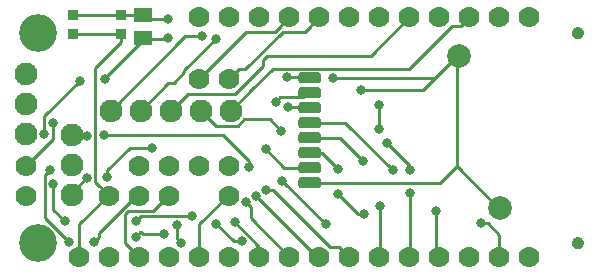
<source format=gbr>
G04 #@! TF.GenerationSoftware,KiCad,Pcbnew,(5.1.4-0-10_14)*
G04 #@! TF.CreationDate,2019-11-15T13:57:30+01:00*
G04 #@! TF.ProjectId,FeatherWing nRF24L01 Adapter,46656174-6865-4725-9769-6e67206e5246,rev?*
G04 #@! TF.SameCoordinates,Original*
G04 #@! TF.FileFunction,Copper,L1,Top*
G04 #@! TF.FilePolarity,Positive*
%FSLAX46Y46*%
G04 Gerber Fmt 4.6, Leading zero omitted, Abs format (unit mm)*
G04 Created by KiCad (PCBNEW (5.1.4-0-10_14)) date 2019-11-15 13:57:30*
%MOMM*%
%LPD*%
G04 APERTURE LIST*
%ADD10C,1.778000*%
%ADD11C,2.000000*%
%ADD12C,0.100000*%
%ADD13C,0.900000*%
%ADD14C,3.200000*%
%ADD15R,0.900000X0.900000*%
%ADD16C,1.930400*%
%ADD17C,1.000000*%
%ADD18R,1.500000X1.240000*%
%ADD19C,0.800000*%
%ADD20C,0.250000*%
G04 APERTURE END LIST*
D10*
X105750000Y-100230000D03*
X108290000Y-100230000D03*
X110830000Y-100230000D03*
X113370000Y-100230000D03*
X143850000Y-100230000D03*
X141310000Y-100230000D03*
X138770000Y-100230000D03*
X136230000Y-100230000D03*
X133690000Y-100230000D03*
X131150000Y-100230000D03*
X128610000Y-100230000D03*
X126070000Y-100230000D03*
X123530000Y-100230000D03*
X120990000Y-100230000D03*
X118450000Y-100230000D03*
X115910000Y-100230000D03*
X143850000Y-79910000D03*
X141310000Y-79910000D03*
X138770000Y-79910000D03*
X136230000Y-79910000D03*
X133690000Y-79910000D03*
X131150000Y-79910000D03*
X128610000Y-79910000D03*
X126070000Y-79910000D03*
X123530000Y-79910000D03*
X120990000Y-79910000D03*
X118450000Y-79910000D03*
X115910000Y-79910000D03*
D11*
X137850000Y-83250000D03*
X141350000Y-96050000D03*
D12*
G36*
X125997054Y-93491083D02*
G01*
X126018895Y-93494323D01*
X126040314Y-93499688D01*
X126061104Y-93507127D01*
X126081064Y-93516568D01*
X126100003Y-93527919D01*
X126117738Y-93541073D01*
X126134099Y-93555901D01*
X126148927Y-93572262D01*
X126162081Y-93589997D01*
X126173432Y-93608936D01*
X126182873Y-93628896D01*
X126190312Y-93649686D01*
X126195677Y-93671105D01*
X126198917Y-93692946D01*
X126200000Y-93715000D01*
X126200000Y-94165000D01*
X126198917Y-94187054D01*
X126195677Y-94208895D01*
X126190312Y-94230314D01*
X126182873Y-94251104D01*
X126173432Y-94271064D01*
X126162081Y-94290003D01*
X126148927Y-94307738D01*
X126134099Y-94324099D01*
X126117738Y-94338927D01*
X126100003Y-94352081D01*
X126081064Y-94363432D01*
X126061104Y-94372873D01*
X126040314Y-94380312D01*
X126018895Y-94385677D01*
X125997054Y-94388917D01*
X125975000Y-94390000D01*
X124525000Y-94390000D01*
X124502946Y-94388917D01*
X124481105Y-94385677D01*
X124459686Y-94380312D01*
X124438896Y-94372873D01*
X124418936Y-94363432D01*
X124399997Y-94352081D01*
X124382262Y-94338927D01*
X124365901Y-94324099D01*
X124351073Y-94307738D01*
X124337919Y-94290003D01*
X124326568Y-94271064D01*
X124317127Y-94251104D01*
X124309688Y-94230314D01*
X124304323Y-94208895D01*
X124301083Y-94187054D01*
X124300000Y-94165000D01*
X124300000Y-93715000D01*
X124301083Y-93692946D01*
X124304323Y-93671105D01*
X124309688Y-93649686D01*
X124317127Y-93628896D01*
X124326568Y-93608936D01*
X124337919Y-93589997D01*
X124351073Y-93572262D01*
X124365901Y-93555901D01*
X124382262Y-93541073D01*
X124399997Y-93527919D01*
X124418936Y-93516568D01*
X124438896Y-93507127D01*
X124459686Y-93499688D01*
X124481105Y-93494323D01*
X124502946Y-93491083D01*
X124525000Y-93490000D01*
X125975000Y-93490000D01*
X125997054Y-93491083D01*
X125997054Y-93491083D01*
G37*
D13*
X125250000Y-93940000D03*
D12*
G36*
X125997054Y-92221083D02*
G01*
X126018895Y-92224323D01*
X126040314Y-92229688D01*
X126061104Y-92237127D01*
X126081064Y-92246568D01*
X126100003Y-92257919D01*
X126117738Y-92271073D01*
X126134099Y-92285901D01*
X126148927Y-92302262D01*
X126162081Y-92319997D01*
X126173432Y-92338936D01*
X126182873Y-92358896D01*
X126190312Y-92379686D01*
X126195677Y-92401105D01*
X126198917Y-92422946D01*
X126200000Y-92445000D01*
X126200000Y-92895000D01*
X126198917Y-92917054D01*
X126195677Y-92938895D01*
X126190312Y-92960314D01*
X126182873Y-92981104D01*
X126173432Y-93001064D01*
X126162081Y-93020003D01*
X126148927Y-93037738D01*
X126134099Y-93054099D01*
X126117738Y-93068927D01*
X126100003Y-93082081D01*
X126081064Y-93093432D01*
X126061104Y-93102873D01*
X126040314Y-93110312D01*
X126018895Y-93115677D01*
X125997054Y-93118917D01*
X125975000Y-93120000D01*
X124525000Y-93120000D01*
X124502946Y-93118917D01*
X124481105Y-93115677D01*
X124459686Y-93110312D01*
X124438896Y-93102873D01*
X124418936Y-93093432D01*
X124399997Y-93082081D01*
X124382262Y-93068927D01*
X124365901Y-93054099D01*
X124351073Y-93037738D01*
X124337919Y-93020003D01*
X124326568Y-93001064D01*
X124317127Y-92981104D01*
X124309688Y-92960314D01*
X124304323Y-92938895D01*
X124301083Y-92917054D01*
X124300000Y-92895000D01*
X124300000Y-92445000D01*
X124301083Y-92422946D01*
X124304323Y-92401105D01*
X124309688Y-92379686D01*
X124317127Y-92358896D01*
X124326568Y-92338936D01*
X124337919Y-92319997D01*
X124351073Y-92302262D01*
X124365901Y-92285901D01*
X124382262Y-92271073D01*
X124399997Y-92257919D01*
X124418936Y-92246568D01*
X124438896Y-92237127D01*
X124459686Y-92229688D01*
X124481105Y-92224323D01*
X124502946Y-92221083D01*
X124525000Y-92220000D01*
X125975000Y-92220000D01*
X125997054Y-92221083D01*
X125997054Y-92221083D01*
G37*
D13*
X125250000Y-92670000D03*
D12*
G36*
X125997054Y-90951083D02*
G01*
X126018895Y-90954323D01*
X126040314Y-90959688D01*
X126061104Y-90967127D01*
X126081064Y-90976568D01*
X126100003Y-90987919D01*
X126117738Y-91001073D01*
X126134099Y-91015901D01*
X126148927Y-91032262D01*
X126162081Y-91049997D01*
X126173432Y-91068936D01*
X126182873Y-91088896D01*
X126190312Y-91109686D01*
X126195677Y-91131105D01*
X126198917Y-91152946D01*
X126200000Y-91175000D01*
X126200000Y-91625000D01*
X126198917Y-91647054D01*
X126195677Y-91668895D01*
X126190312Y-91690314D01*
X126182873Y-91711104D01*
X126173432Y-91731064D01*
X126162081Y-91750003D01*
X126148927Y-91767738D01*
X126134099Y-91784099D01*
X126117738Y-91798927D01*
X126100003Y-91812081D01*
X126081064Y-91823432D01*
X126061104Y-91832873D01*
X126040314Y-91840312D01*
X126018895Y-91845677D01*
X125997054Y-91848917D01*
X125975000Y-91850000D01*
X124525000Y-91850000D01*
X124502946Y-91848917D01*
X124481105Y-91845677D01*
X124459686Y-91840312D01*
X124438896Y-91832873D01*
X124418936Y-91823432D01*
X124399997Y-91812081D01*
X124382262Y-91798927D01*
X124365901Y-91784099D01*
X124351073Y-91767738D01*
X124337919Y-91750003D01*
X124326568Y-91731064D01*
X124317127Y-91711104D01*
X124309688Y-91690314D01*
X124304323Y-91668895D01*
X124301083Y-91647054D01*
X124300000Y-91625000D01*
X124300000Y-91175000D01*
X124301083Y-91152946D01*
X124304323Y-91131105D01*
X124309688Y-91109686D01*
X124317127Y-91088896D01*
X124326568Y-91068936D01*
X124337919Y-91049997D01*
X124351073Y-91032262D01*
X124365901Y-91015901D01*
X124382262Y-91001073D01*
X124399997Y-90987919D01*
X124418936Y-90976568D01*
X124438896Y-90967127D01*
X124459686Y-90959688D01*
X124481105Y-90954323D01*
X124502946Y-90951083D01*
X124525000Y-90950000D01*
X125975000Y-90950000D01*
X125997054Y-90951083D01*
X125997054Y-90951083D01*
G37*
D13*
X125250000Y-91400000D03*
D12*
G36*
X125997054Y-89681083D02*
G01*
X126018895Y-89684323D01*
X126040314Y-89689688D01*
X126061104Y-89697127D01*
X126081064Y-89706568D01*
X126100003Y-89717919D01*
X126117738Y-89731073D01*
X126134099Y-89745901D01*
X126148927Y-89762262D01*
X126162081Y-89779997D01*
X126173432Y-89798936D01*
X126182873Y-89818896D01*
X126190312Y-89839686D01*
X126195677Y-89861105D01*
X126198917Y-89882946D01*
X126200000Y-89905000D01*
X126200000Y-90355000D01*
X126198917Y-90377054D01*
X126195677Y-90398895D01*
X126190312Y-90420314D01*
X126182873Y-90441104D01*
X126173432Y-90461064D01*
X126162081Y-90480003D01*
X126148927Y-90497738D01*
X126134099Y-90514099D01*
X126117738Y-90528927D01*
X126100003Y-90542081D01*
X126081064Y-90553432D01*
X126061104Y-90562873D01*
X126040314Y-90570312D01*
X126018895Y-90575677D01*
X125997054Y-90578917D01*
X125975000Y-90580000D01*
X124525000Y-90580000D01*
X124502946Y-90578917D01*
X124481105Y-90575677D01*
X124459686Y-90570312D01*
X124438896Y-90562873D01*
X124418936Y-90553432D01*
X124399997Y-90542081D01*
X124382262Y-90528927D01*
X124365901Y-90514099D01*
X124351073Y-90497738D01*
X124337919Y-90480003D01*
X124326568Y-90461064D01*
X124317127Y-90441104D01*
X124309688Y-90420314D01*
X124304323Y-90398895D01*
X124301083Y-90377054D01*
X124300000Y-90355000D01*
X124300000Y-89905000D01*
X124301083Y-89882946D01*
X124304323Y-89861105D01*
X124309688Y-89839686D01*
X124317127Y-89818896D01*
X124326568Y-89798936D01*
X124337919Y-89779997D01*
X124351073Y-89762262D01*
X124365901Y-89745901D01*
X124382262Y-89731073D01*
X124399997Y-89717919D01*
X124418936Y-89706568D01*
X124438896Y-89697127D01*
X124459686Y-89689688D01*
X124481105Y-89684323D01*
X124502946Y-89681083D01*
X124525000Y-89680000D01*
X125975000Y-89680000D01*
X125997054Y-89681083D01*
X125997054Y-89681083D01*
G37*
D13*
X125250000Y-90130000D03*
D12*
G36*
X125997054Y-88411083D02*
G01*
X126018895Y-88414323D01*
X126040314Y-88419688D01*
X126061104Y-88427127D01*
X126081064Y-88436568D01*
X126100003Y-88447919D01*
X126117738Y-88461073D01*
X126134099Y-88475901D01*
X126148927Y-88492262D01*
X126162081Y-88509997D01*
X126173432Y-88528936D01*
X126182873Y-88548896D01*
X126190312Y-88569686D01*
X126195677Y-88591105D01*
X126198917Y-88612946D01*
X126200000Y-88635000D01*
X126200000Y-89085000D01*
X126198917Y-89107054D01*
X126195677Y-89128895D01*
X126190312Y-89150314D01*
X126182873Y-89171104D01*
X126173432Y-89191064D01*
X126162081Y-89210003D01*
X126148927Y-89227738D01*
X126134099Y-89244099D01*
X126117738Y-89258927D01*
X126100003Y-89272081D01*
X126081064Y-89283432D01*
X126061104Y-89292873D01*
X126040314Y-89300312D01*
X126018895Y-89305677D01*
X125997054Y-89308917D01*
X125975000Y-89310000D01*
X124525000Y-89310000D01*
X124502946Y-89308917D01*
X124481105Y-89305677D01*
X124459686Y-89300312D01*
X124438896Y-89292873D01*
X124418936Y-89283432D01*
X124399997Y-89272081D01*
X124382262Y-89258927D01*
X124365901Y-89244099D01*
X124351073Y-89227738D01*
X124337919Y-89210003D01*
X124326568Y-89191064D01*
X124317127Y-89171104D01*
X124309688Y-89150314D01*
X124304323Y-89128895D01*
X124301083Y-89107054D01*
X124300000Y-89085000D01*
X124300000Y-88635000D01*
X124301083Y-88612946D01*
X124304323Y-88591105D01*
X124309688Y-88569686D01*
X124317127Y-88548896D01*
X124326568Y-88528936D01*
X124337919Y-88509997D01*
X124351073Y-88492262D01*
X124365901Y-88475901D01*
X124382262Y-88461073D01*
X124399997Y-88447919D01*
X124418936Y-88436568D01*
X124438896Y-88427127D01*
X124459686Y-88419688D01*
X124481105Y-88414323D01*
X124502946Y-88411083D01*
X124525000Y-88410000D01*
X125975000Y-88410000D01*
X125997054Y-88411083D01*
X125997054Y-88411083D01*
G37*
D13*
X125250000Y-88860000D03*
D12*
G36*
X125997054Y-87141083D02*
G01*
X126018895Y-87144323D01*
X126040314Y-87149688D01*
X126061104Y-87157127D01*
X126081064Y-87166568D01*
X126100003Y-87177919D01*
X126117738Y-87191073D01*
X126134099Y-87205901D01*
X126148927Y-87222262D01*
X126162081Y-87239997D01*
X126173432Y-87258936D01*
X126182873Y-87278896D01*
X126190312Y-87299686D01*
X126195677Y-87321105D01*
X126198917Y-87342946D01*
X126200000Y-87365000D01*
X126200000Y-87815000D01*
X126198917Y-87837054D01*
X126195677Y-87858895D01*
X126190312Y-87880314D01*
X126182873Y-87901104D01*
X126173432Y-87921064D01*
X126162081Y-87940003D01*
X126148927Y-87957738D01*
X126134099Y-87974099D01*
X126117738Y-87988927D01*
X126100003Y-88002081D01*
X126081064Y-88013432D01*
X126061104Y-88022873D01*
X126040314Y-88030312D01*
X126018895Y-88035677D01*
X125997054Y-88038917D01*
X125975000Y-88040000D01*
X124525000Y-88040000D01*
X124502946Y-88038917D01*
X124481105Y-88035677D01*
X124459686Y-88030312D01*
X124438896Y-88022873D01*
X124418936Y-88013432D01*
X124399997Y-88002081D01*
X124382262Y-87988927D01*
X124365901Y-87974099D01*
X124351073Y-87957738D01*
X124337919Y-87940003D01*
X124326568Y-87921064D01*
X124317127Y-87901104D01*
X124309688Y-87880314D01*
X124304323Y-87858895D01*
X124301083Y-87837054D01*
X124300000Y-87815000D01*
X124300000Y-87365000D01*
X124301083Y-87342946D01*
X124304323Y-87321105D01*
X124309688Y-87299686D01*
X124317127Y-87278896D01*
X124326568Y-87258936D01*
X124337919Y-87239997D01*
X124351073Y-87222262D01*
X124365901Y-87205901D01*
X124382262Y-87191073D01*
X124399997Y-87177919D01*
X124418936Y-87166568D01*
X124438896Y-87157127D01*
X124459686Y-87149688D01*
X124481105Y-87144323D01*
X124502946Y-87141083D01*
X124525000Y-87140000D01*
X125975000Y-87140000D01*
X125997054Y-87141083D01*
X125997054Y-87141083D01*
G37*
D13*
X125250000Y-87590000D03*
D12*
G36*
X125997054Y-85871083D02*
G01*
X126018895Y-85874323D01*
X126040314Y-85879688D01*
X126061104Y-85887127D01*
X126081064Y-85896568D01*
X126100003Y-85907919D01*
X126117738Y-85921073D01*
X126134099Y-85935901D01*
X126148927Y-85952262D01*
X126162081Y-85969997D01*
X126173432Y-85988936D01*
X126182873Y-86008896D01*
X126190312Y-86029686D01*
X126195677Y-86051105D01*
X126198917Y-86072946D01*
X126200000Y-86095000D01*
X126200000Y-86545000D01*
X126198917Y-86567054D01*
X126195677Y-86588895D01*
X126190312Y-86610314D01*
X126182873Y-86631104D01*
X126173432Y-86651064D01*
X126162081Y-86670003D01*
X126148927Y-86687738D01*
X126134099Y-86704099D01*
X126117738Y-86718927D01*
X126100003Y-86732081D01*
X126081064Y-86743432D01*
X126061104Y-86752873D01*
X126040314Y-86760312D01*
X126018895Y-86765677D01*
X125997054Y-86768917D01*
X125975000Y-86770000D01*
X124525000Y-86770000D01*
X124502946Y-86768917D01*
X124481105Y-86765677D01*
X124459686Y-86760312D01*
X124438896Y-86752873D01*
X124418936Y-86743432D01*
X124399997Y-86732081D01*
X124382262Y-86718927D01*
X124365901Y-86704099D01*
X124351073Y-86687738D01*
X124337919Y-86670003D01*
X124326568Y-86651064D01*
X124317127Y-86631104D01*
X124309688Y-86610314D01*
X124304323Y-86588895D01*
X124301083Y-86567054D01*
X124300000Y-86545000D01*
X124300000Y-86095000D01*
X124301083Y-86072946D01*
X124304323Y-86051105D01*
X124309688Y-86029686D01*
X124317127Y-86008896D01*
X124326568Y-85988936D01*
X124337919Y-85969997D01*
X124351073Y-85952262D01*
X124365901Y-85935901D01*
X124382262Y-85921073D01*
X124399997Y-85907919D01*
X124418936Y-85896568D01*
X124438896Y-85887127D01*
X124459686Y-85879688D01*
X124481105Y-85874323D01*
X124502946Y-85871083D01*
X124525000Y-85870000D01*
X125975000Y-85870000D01*
X125997054Y-85871083D01*
X125997054Y-85871083D01*
G37*
D13*
X125250000Y-86320000D03*
D12*
G36*
X125997054Y-84601083D02*
G01*
X126018895Y-84604323D01*
X126040314Y-84609688D01*
X126061104Y-84617127D01*
X126081064Y-84626568D01*
X126100003Y-84637919D01*
X126117738Y-84651073D01*
X126134099Y-84665901D01*
X126148927Y-84682262D01*
X126162081Y-84699997D01*
X126173432Y-84718936D01*
X126182873Y-84738896D01*
X126190312Y-84759686D01*
X126195677Y-84781105D01*
X126198917Y-84802946D01*
X126200000Y-84825000D01*
X126200000Y-85275000D01*
X126198917Y-85297054D01*
X126195677Y-85318895D01*
X126190312Y-85340314D01*
X126182873Y-85361104D01*
X126173432Y-85381064D01*
X126162081Y-85400003D01*
X126148927Y-85417738D01*
X126134099Y-85434099D01*
X126117738Y-85448927D01*
X126100003Y-85462081D01*
X126081064Y-85473432D01*
X126061104Y-85482873D01*
X126040314Y-85490312D01*
X126018895Y-85495677D01*
X125997054Y-85498917D01*
X125975000Y-85500000D01*
X124525000Y-85500000D01*
X124502946Y-85498917D01*
X124481105Y-85495677D01*
X124459686Y-85490312D01*
X124438896Y-85482873D01*
X124418936Y-85473432D01*
X124399997Y-85462081D01*
X124382262Y-85448927D01*
X124365901Y-85434099D01*
X124351073Y-85417738D01*
X124337919Y-85400003D01*
X124326568Y-85381064D01*
X124317127Y-85361104D01*
X124309688Y-85340314D01*
X124304323Y-85318895D01*
X124301083Y-85297054D01*
X124300000Y-85275000D01*
X124300000Y-84825000D01*
X124301083Y-84802946D01*
X124304323Y-84781105D01*
X124309688Y-84759686D01*
X124317127Y-84738896D01*
X124326568Y-84718936D01*
X124337919Y-84699997D01*
X124351073Y-84682262D01*
X124365901Y-84665901D01*
X124382262Y-84651073D01*
X124399997Y-84637919D01*
X124418936Y-84626568D01*
X124438896Y-84617127D01*
X124459686Y-84609688D01*
X124481105Y-84604323D01*
X124502946Y-84601083D01*
X124525000Y-84600000D01*
X125975000Y-84600000D01*
X125997054Y-84601083D01*
X125997054Y-84601083D01*
G37*
D13*
X125250000Y-85050000D03*
D10*
X108230000Y-95030000D03*
X110770000Y-95030000D03*
X113310000Y-95030000D03*
X118390000Y-95030000D03*
X110770000Y-92490000D03*
X113310000Y-92490000D03*
X115850000Y-92490000D03*
X118390000Y-92490000D03*
X118376700Y-85178900D03*
X115836700Y-85178900D03*
D14*
X102235000Y-81280000D03*
X102235000Y-99060000D03*
D15*
X105176100Y-79730700D03*
X105176100Y-81330700D03*
X109276100Y-81330700D03*
X109276100Y-79730700D03*
D16*
X118554500Y-87833200D03*
X116014500Y-87833200D03*
X113474500Y-87833200D03*
X110934500Y-87833200D03*
X108394500Y-87833200D03*
D10*
X101200000Y-95070000D03*
X101200000Y-92530000D03*
D16*
X101200000Y-84720000D03*
X101200000Y-87260000D03*
X101200000Y-89800000D03*
X105156000Y-94996000D03*
X105156000Y-92456000D03*
X105156000Y-89916000D03*
D12*
G36*
X148004010Y-80782407D02*
G01*
X148052546Y-80789606D01*
X148100143Y-80801529D01*
X148146343Y-80818059D01*
X148190699Y-80839038D01*
X148232786Y-80864264D01*
X148272198Y-80893494D01*
X148308554Y-80926446D01*
X148341506Y-80962802D01*
X148370736Y-81002214D01*
X148395962Y-81044301D01*
X148416941Y-81088657D01*
X148433471Y-81134857D01*
X148445394Y-81182454D01*
X148452593Y-81230990D01*
X148455001Y-81279999D01*
X148455001Y-81280001D01*
X148452593Y-81329010D01*
X148445394Y-81377546D01*
X148433471Y-81425143D01*
X148416941Y-81471343D01*
X148395962Y-81515699D01*
X148370736Y-81557786D01*
X148341506Y-81597198D01*
X148308554Y-81633554D01*
X148272198Y-81666506D01*
X148232786Y-81695736D01*
X148190699Y-81720962D01*
X148146343Y-81741941D01*
X148100143Y-81758471D01*
X148052546Y-81770394D01*
X148004010Y-81777593D01*
X147955001Y-81780001D01*
X147954999Y-81780001D01*
X147905990Y-81777593D01*
X147857454Y-81770394D01*
X147809857Y-81758471D01*
X147763657Y-81741941D01*
X147719301Y-81720962D01*
X147677214Y-81695736D01*
X147637802Y-81666506D01*
X147601446Y-81633554D01*
X147568494Y-81597198D01*
X147539264Y-81557786D01*
X147514038Y-81515699D01*
X147493059Y-81471343D01*
X147476529Y-81425143D01*
X147464606Y-81377546D01*
X147457407Y-81329010D01*
X147454999Y-81280001D01*
X147454999Y-81279999D01*
X147457407Y-81230990D01*
X147464606Y-81182454D01*
X147476529Y-81134857D01*
X147493059Y-81088657D01*
X147514038Y-81044301D01*
X147539264Y-81002214D01*
X147568494Y-80962802D01*
X147601446Y-80926446D01*
X147637802Y-80893494D01*
X147677214Y-80864264D01*
X147719301Y-80839038D01*
X147763657Y-80818059D01*
X147809857Y-80801529D01*
X147857454Y-80789606D01*
X147905990Y-80782407D01*
X147954999Y-80779999D01*
X147955001Y-80779999D01*
X148004010Y-80782407D01*
X148004010Y-80782407D01*
G37*
D17*
X147955000Y-81280000D03*
D12*
G36*
X148004010Y-98562407D02*
G01*
X148052546Y-98569606D01*
X148100143Y-98581529D01*
X148146343Y-98598059D01*
X148190699Y-98619038D01*
X148232786Y-98644264D01*
X148272198Y-98673494D01*
X148308554Y-98706446D01*
X148341506Y-98742802D01*
X148370736Y-98782214D01*
X148395962Y-98824301D01*
X148416941Y-98868657D01*
X148433471Y-98914857D01*
X148445394Y-98962454D01*
X148452593Y-99010990D01*
X148455001Y-99059999D01*
X148455001Y-99060001D01*
X148452593Y-99109010D01*
X148445394Y-99157546D01*
X148433471Y-99205143D01*
X148416941Y-99251343D01*
X148395962Y-99295699D01*
X148370736Y-99337786D01*
X148341506Y-99377198D01*
X148308554Y-99413554D01*
X148272198Y-99446506D01*
X148232786Y-99475736D01*
X148190699Y-99500962D01*
X148146343Y-99521941D01*
X148100143Y-99538471D01*
X148052546Y-99550394D01*
X148004010Y-99557593D01*
X147955001Y-99560001D01*
X147954999Y-99560001D01*
X147905990Y-99557593D01*
X147857454Y-99550394D01*
X147809857Y-99538471D01*
X147763657Y-99521941D01*
X147719301Y-99500962D01*
X147677214Y-99475736D01*
X147637802Y-99446506D01*
X147601446Y-99413554D01*
X147568494Y-99377198D01*
X147539264Y-99337786D01*
X147514038Y-99295699D01*
X147493059Y-99251343D01*
X147476529Y-99205143D01*
X147464606Y-99157546D01*
X147457407Y-99109010D01*
X147454999Y-99060001D01*
X147454999Y-99059999D01*
X147457407Y-99010990D01*
X147464606Y-98962454D01*
X147476529Y-98914857D01*
X147493059Y-98868657D01*
X147514038Y-98824301D01*
X147539264Y-98782214D01*
X147568494Y-98742802D01*
X147601446Y-98706446D01*
X147637802Y-98673494D01*
X147677214Y-98644264D01*
X147719301Y-98619038D01*
X147763657Y-98598059D01*
X147809857Y-98581529D01*
X147857454Y-98569606D01*
X147905990Y-98562407D01*
X147954999Y-98559999D01*
X147955001Y-98559999D01*
X148004010Y-98562407D01*
X148004010Y-98562407D01*
G37*
D17*
X147955000Y-99060000D03*
D18*
X111150000Y-81650000D03*
X111150000Y-79750000D03*
D19*
X107920000Y-85160000D03*
X105810000Y-85290000D03*
X102765167Y-89810365D03*
X103220000Y-92870000D03*
X104860000Y-98960000D03*
X107004999Y-98960000D03*
X113230000Y-81680000D03*
X123300000Y-85000000D03*
X106370000Y-93510000D03*
X108120000Y-93450000D03*
X126613597Y-97476403D03*
X139740000Y-97390000D03*
X122931893Y-93794699D03*
X111910000Y-90985000D03*
X103540000Y-94040000D03*
X104520000Y-97200000D03*
X110520000Y-97220000D03*
X115260000Y-96800000D03*
X117300000Y-97410000D03*
X119507347Y-98912653D03*
X106379299Y-89950000D03*
X107829299Y-89910000D03*
X120110000Y-92640000D03*
X121554764Y-94526430D03*
X122364500Y-87122000D03*
X122364500Y-87122000D03*
X110520000Y-98550000D03*
X112880000Y-98311000D03*
X103505000Y-88900000D03*
X121544997Y-91114999D03*
X127650000Y-92800000D03*
X127650000Y-94900000D03*
X129850000Y-96550000D03*
X135900000Y-96350000D03*
X129800000Y-92100000D03*
X131800000Y-90600000D03*
X133750000Y-92900000D03*
X133750000Y-94850000D03*
X132300000Y-92900000D03*
X131200000Y-95900000D03*
X116091723Y-81550000D03*
X117320000Y-81740000D03*
X122850000Y-89550000D03*
X131150000Y-89400000D03*
X131150000Y-87400000D03*
X118910000Y-97290000D03*
X119845875Y-95561201D03*
X120724834Y-95084301D03*
X127250000Y-85100000D03*
X113250000Y-80050000D03*
X129600000Y-86100000D03*
X123400000Y-87500000D03*
X114000000Y-97525000D03*
X114335059Y-99036000D03*
D20*
X105876100Y-79730700D02*
X109276100Y-79730700D01*
X105176100Y-79730700D02*
X105876100Y-79730700D01*
X107920000Y-85063700D02*
X107920000Y-85160000D01*
X111236300Y-81747400D02*
X107920000Y-85063700D01*
X111366300Y-81747400D02*
X111236300Y-81747400D01*
X102765167Y-88334833D02*
X102765167Y-89810365D01*
X105810000Y-85290000D02*
X102765167Y-88334833D01*
X102814999Y-93275001D02*
X102814999Y-96644999D01*
X103220000Y-92870000D02*
X102814999Y-93275001D01*
X102814999Y-96914999D02*
X104860000Y-98960000D01*
X102814999Y-96644999D02*
X102814999Y-96914999D01*
X110543590Y-95030000D02*
X110770000Y-95030000D01*
X107404998Y-98168592D02*
X110543590Y-95030000D01*
X107404998Y-98560001D02*
X107404998Y-98168592D01*
X107004999Y-98960000D02*
X107404998Y-98560001D01*
X113212600Y-81747400D02*
X111366300Y-81747400D01*
X125050000Y-85000000D02*
X125100000Y-85050000D01*
X123300000Y-85000000D02*
X125050000Y-85000000D01*
X124860999Y-81144002D02*
X125186001Y-80819000D01*
X122957409Y-81144002D02*
X124860999Y-81144002D01*
X119811510Y-84289901D02*
X122957409Y-81144002D01*
X119265699Y-84289901D02*
X119811510Y-84289901D01*
X125186001Y-80819000D02*
X126075000Y-79930001D01*
X118376700Y-85178900D02*
X119265699Y-84289901D01*
X122320999Y-81144002D02*
X122646001Y-80819000D01*
X119871598Y-81144002D02*
X122320999Y-81144002D01*
X122646001Y-80819000D02*
X123535000Y-79930001D01*
X115836700Y-85178900D02*
X119871598Y-81144002D01*
X105156000Y-94724000D02*
X106370000Y-93510000D01*
X105156000Y-94996000D02*
X105156000Y-94724000D01*
X122931893Y-93794699D02*
X126613597Y-97476403D01*
X141315000Y-98992766D02*
X141315000Y-100250001D01*
X140305685Y-97390000D02*
X141315000Y-98399315D01*
X141315000Y-98399315D02*
X141315000Y-98992766D01*
X139740000Y-97390000D02*
X140305685Y-97390000D01*
X108120000Y-92884315D02*
X108120000Y-93450000D01*
X110019315Y-90985000D02*
X108120000Y-92884315D01*
X111910000Y-90985000D02*
X110019315Y-90985000D01*
X103540000Y-96220000D02*
X104520000Y-97200000D01*
X103540000Y-94040000D02*
X103540000Y-96220000D01*
X110940000Y-96800000D02*
X115260000Y-96800000D01*
X110520000Y-97220000D02*
X110940000Y-96800000D01*
X118802653Y-98912653D02*
X119507347Y-98912653D01*
X117300000Y-97410000D02*
X118802653Y-98912653D01*
X106345299Y-89916000D02*
X106379299Y-89950000D01*
X105156000Y-89916000D02*
X106345299Y-89916000D01*
X120020000Y-92550000D02*
X120110000Y-92640000D01*
X127726001Y-99361002D02*
X128615000Y-100250001D01*
X126982723Y-99361002D02*
X127726001Y-99361002D01*
X122148151Y-94526430D02*
X126982723Y-99361002D01*
X121554764Y-94526430D02*
X122148151Y-94526430D01*
X124697999Y-86722001D02*
X124959990Y-86460010D01*
X122764499Y-86722001D02*
X124697999Y-86722001D01*
X124959990Y-86460010D02*
X125100000Y-86460010D01*
X122364500Y-87122000D02*
X122764499Y-86722001D01*
X101200000Y-95070000D02*
X101420000Y-95070000D01*
X111150998Y-98311000D02*
X112880000Y-98311000D01*
X110989999Y-98150001D02*
X110919999Y-98150001D01*
X110919999Y-98150001D02*
X110520000Y-98550000D01*
X111150998Y-98311000D02*
X110989999Y-98150001D01*
X103505000Y-90225000D02*
X103505000Y-88900000D01*
X101200000Y-92530000D02*
X103505000Y-90225000D01*
X123099998Y-92670000D02*
X125100000Y-92670000D01*
X121544997Y-91114999D02*
X123099998Y-92670000D01*
X136235000Y-99775000D02*
X136235000Y-100250001D01*
X126250000Y-91400000D02*
X127650000Y-92800000D01*
X125100000Y-91400000D02*
X126250000Y-91400000D01*
X129300000Y-96550000D02*
X129850000Y-96550000D01*
X127650000Y-94900000D02*
X129300000Y-96550000D01*
X135900000Y-99915001D02*
X136235000Y-100250001D01*
X135900000Y-96350000D02*
X135900000Y-99915001D01*
X127830000Y-90130000D02*
X129800000Y-92100000D01*
X125100000Y-90130000D02*
X127830000Y-90130000D01*
X133750000Y-92550000D02*
X133750000Y-92900000D01*
X131800000Y-90600000D02*
X133750000Y-92550000D01*
X133750000Y-100195001D02*
X133695000Y-100250001D01*
X133750000Y-94850000D02*
X133750000Y-100195001D01*
X128260000Y-88860000D02*
X132300000Y-92900000D01*
X125100000Y-88860000D02*
X128260000Y-88860000D01*
X131200000Y-100205001D02*
X131155000Y-100250001D01*
X131200000Y-95900000D02*
X131200000Y-100205001D01*
X105755000Y-97470400D02*
X108216700Y-95008700D01*
X105755000Y-100250001D02*
X105755000Y-97470400D01*
X107104299Y-93896299D02*
X107327701Y-94119701D01*
X107104299Y-84202501D02*
X107104299Y-93896299D01*
X109276100Y-82030700D02*
X107104299Y-84202501D01*
X107327701Y-94119701D02*
X108216700Y-95008700D01*
X109276100Y-81330700D02*
X109276100Y-82030700D01*
X105176100Y-81330700D02*
X109276100Y-81330700D01*
X113296700Y-95008700D02*
X111975400Y-96330000D01*
X111975400Y-96330000D02*
X109880000Y-96330000D01*
X109880000Y-96330000D02*
X109630000Y-96580000D01*
X109630000Y-99045001D02*
X110835000Y-100250001D01*
X109630000Y-96580000D02*
X109630000Y-99045001D01*
X113780000Y-99845001D02*
X113375000Y-100250001D01*
X114677700Y-81550000D02*
X108394500Y-87833200D01*
X115430000Y-81550000D02*
X114677700Y-81550000D01*
X115430000Y-81550000D02*
X116091723Y-81550000D01*
X113735028Y-85483850D02*
X113283850Y-85483850D01*
X110934500Y-87833200D02*
X113283850Y-85483850D01*
X114622699Y-84596179D02*
X113735028Y-85483850D01*
X114622699Y-84437301D02*
X114622699Y-84596179D01*
X117320000Y-81740000D02*
X114622699Y-84437301D01*
X121277499Y-83559999D02*
X121652498Y-83185000D01*
X121277499Y-84074823D02*
X121277499Y-83559999D01*
X118959421Y-86392901D02*
X121277499Y-84074823D01*
X114914799Y-86392901D02*
X118959421Y-86392901D01*
X113474500Y-87833200D02*
X114914799Y-86392901D01*
X130440001Y-83185000D02*
X133695000Y-79930001D01*
X121652498Y-83185000D02*
X130440001Y-83185000D01*
X117304701Y-89123401D02*
X119156599Y-89123401D01*
X116014500Y-87833200D02*
X117304701Y-89123401D01*
X119156599Y-89123401D02*
X119705001Y-88574999D01*
X121874999Y-88574999D02*
X122850000Y-89550000D01*
X119705001Y-88574999D02*
X121874999Y-88574999D01*
X131150000Y-89400000D02*
X131150000Y-87400000D01*
X120377700Y-86010000D02*
X118554500Y-87833200D01*
X138775000Y-79930001D02*
X138060001Y-80645000D01*
X138060001Y-80645000D02*
X137316723Y-80645000D01*
X122112701Y-84274999D02*
X120377700Y-86010000D01*
X133686724Y-84274999D02*
X122112701Y-84274999D01*
X137316723Y-80645000D02*
X133686724Y-84274999D01*
X115915000Y-97470400D02*
X118376700Y-95008700D01*
X115915000Y-100250001D02*
X115915000Y-97470400D01*
X120995000Y-99375000D02*
X120995000Y-100250001D01*
X118910000Y-97290000D02*
X120995000Y-99375000D01*
X120245874Y-96960875D02*
X123535000Y-100250001D01*
X120245874Y-95961200D02*
X120245874Y-96960875D01*
X119845875Y-95561201D02*
X120245874Y-95961200D01*
X125890534Y-100250001D02*
X126075000Y-100250001D01*
X120724834Y-95084301D02*
X125890534Y-100250001D01*
X136310000Y-93940000D02*
X137700000Y-92550000D01*
X125100000Y-93940000D02*
X136310000Y-93940000D01*
X111130700Y-79730700D02*
X111150000Y-79750000D01*
X109276100Y-79730700D02*
X111130700Y-79730700D01*
X111450000Y-80050000D02*
X111150000Y-79750000D01*
X113250000Y-80050000D02*
X111450000Y-80050000D01*
X137700000Y-92550000D02*
X141200000Y-96050000D01*
X135850000Y-85100000D02*
X127250000Y-85100000D01*
X137700000Y-83250000D02*
X137700000Y-92550000D01*
X137700000Y-83250000D02*
X135850000Y-85100000D01*
X137700000Y-83250000D02*
X134850000Y-86100000D01*
X134850000Y-86100000D02*
X129600000Y-86100000D01*
X120110000Y-92074315D02*
X120110000Y-92640000D01*
X117945685Y-89910000D02*
X120110000Y-92074315D01*
X107829299Y-89910000D02*
X117945685Y-89910000D01*
X125010000Y-87500000D02*
X125100000Y-87590000D01*
X123400000Y-87500000D02*
X125010000Y-87500000D01*
X114000000Y-98700941D02*
X114335059Y-99036000D01*
X114000000Y-97525000D02*
X114000000Y-98700941D01*
M02*

</source>
